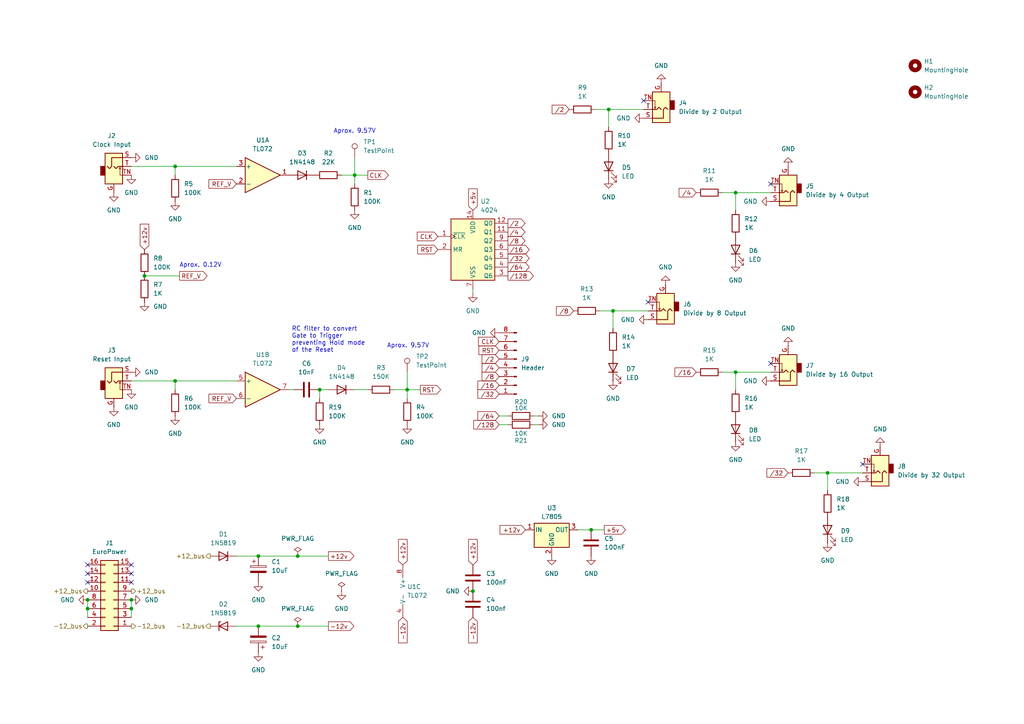
<source format=kicad_sch>
(kicad_sch (version 20231120) (generator "eeschema") (generator_version "8.0")
  (paper "A4")
  (title_block (title "Clock Divider") (date "2024-05-03") (rev "v0.3") (company "Alister Lewis-Bowen") (comment 1 "Inspired by Michael Barton and MidCentury Modular") (comment 2 "v0.2 Fixed CLK & RST voltage level & normalized inputs") (comment 3 "v0.3 Convert RST to trigger & pull down unused outputs"))
  (lib_symbols
    (symbol "4xxx_IEEE:4024"
      (property "Reference" "U" (at 5.08 11.43 0))
      (property "Value" "4024" (at 10.16 -10.16 0))
      (symbol "4024_0_0"
        (rectangle (start -6.35 10.16) (end 6.35 -7.62) (stroke (width 0.254)) (fill (type background)))
        (pin power_in line (at 0 12.7 270) (length 2.54) (name "VDD") (number "14"))
        (pin power_in line (at 0 -10.16 90) (length 2.54) (name "VSS") (number "7"))
      )
      (symbol "4024_1_1"
        (pin input clock (at -10.16 5.08 0) (length 3.81) (name "~{CLK}") (number "1"))
        (pin output line (at 10.16 6.35 180) (length 3.81) (name "Q1") (number "11"))
        (pin output line (at 10.16 8.89 180) (length 3.81) (name "Q0") (number "12"))
        (pin input line (at -10.16 1.27 0) (length 3.81) (name "MR") (number "2"))
        (pin output line (at 10.16 -6.35 180) (length 3.81) (name "Q6") (number "3"))
        (pin output line (at 10.16 -3.81 180) (length 3.81) (name "Q5") (number "4"))
        (pin output line (at 10.16 -1.27 180) (length 3.81) (name "Q4") (number "5"))
        (pin output line (at 10.16 1.27 180) (length 3.81) (name "Q3") (number "6"))
        (pin output line (at 10.16 3.81 180) (length 3.81) (name "Q2") (number "9"))
      )
    )
    (symbol "Amplifier_Operational:TL072" (pin_names (offset 0.127))
      (property "Reference" "U" (at 0 5.08 0))
      (property "Value" "TL072" (at 0 -5.08 0))
      (symbol "TL072_1_1"
        (polyline (pts (xy -5.08 5.08) (xy 5.08 0) (xy -5.08 -5.08) (xy -5.08 5.08)) (stroke (width 0.254)) (fill (type background)))
        (pin output line (at 7.62 0 180) (length 2.54) (name "~") (number "1"))
        (pin input line (at -7.62 -2.54 0) (length 2.54) (name "-") (number "2"))
        (pin input line (at -7.62 2.54 0) (length 2.54) (name "+") (number "3"))
      )
      (symbol "TL072_2_1"
        (polyline (pts (xy -5.08 5.08) (xy 5.08 0) (xy -5.08 -5.08) (xy -5.08 5.08)) (stroke (width 0.254)) (fill (type background)))
        (pin input line (at -7.62 2.54 0) (length 2.54) (name "+") (number "5"))
        (pin input line (at -7.62 -2.54 0) (length 2.54) (name "-") (number "6"))
        (pin output line (at 7.62 0 180) (length 2.54) (name "~") (number "7"))
      )
      (symbol "TL072_3_1"
        (pin power_in line (at -2.54 -7.62 90) (length 3.81) (name "V-") (number "4"))
        (pin power_in line (at -2.54 7.62 270) (length 3.81) (name "V+") (number "8"))
      )
    )
    (symbol "Connector:Conn_01x08_Pin" (pin_names (offset 1.016) hide)
      (property "Reference" "J" (at 0 10.16 0))
      (property "Value" "Conn_01x08_Pin" (at 0 -12.7 0))
      (symbol "Conn_01x08_Pin_1_1"
        (polyline (pts (xy 1.27 -10.16) (xy 0.8636 -10.16)) (stroke (width 0.1524)))
        (polyline (pts (xy 1.27 -7.62) (xy 0.8636 -7.62)) (stroke (width 0.1524)))
        (polyline (pts (xy 1.27 -5.08) (xy 0.8636 -5.08)) (stroke (width 0.1524)))
        (polyline (pts (xy 1.27 -2.54) (xy 0.8636 -2.54)) (stroke (width 0.1524)))
        (polyline (pts (xy 1.27 0) (xy 0.8636 0)) (stroke (width 0.1524)))
        (polyline (pts (xy 1.27 2.54) (xy 0.8636 2.54)) (stroke (width 0.1524)))
        (polyline (pts (xy 1.27 5.08) (xy 0.8636 5.08)) (stroke (width 0.1524)))
        (polyline (pts (xy 1.27 7.62) (xy 0.8636 7.62)) (stroke (width 0.1524)))
        (rectangle (start 0.8636 -10.033) (end 0 -10.287) (stroke (width 0.1524)) (fill (type outline)))
        (rectangle (start 0.8636 -7.493) (end 0 -7.747) (stroke (width 0.1524)) (fill (type outline)))
        (rectangle (start 0.8636 -4.953) (end 0 -5.207) (stroke (width 0.1524)) (fill (type outline)))
        (rectangle (start 0.8636 -2.413) (end 0 -2.667) (stroke (width 0.1524)) (fill (type outline)))
        (rectangle (start 0.8636 0.127) (end 0 -0.127) (stroke (width 0.1524)) (fill (type outline)))
        (rectangle (start 0.8636 2.667) (end 0 2.413) (stroke (width 0.1524)) (fill (type outline)))
        (rectangle (start 0.8636 5.207) (end 0 4.953) (stroke (width 0.1524)) (fill (type outline)))
        (rectangle (start 0.8636 7.747) (end 0 7.493) (stroke (width 0.1524)) (fill (type outline)))
        (pin passive line (at 5.08 7.62 180) (length 3.81) (name "Pin_1") (number "1"))
        (pin passive line (at 5.08 5.08 180) (length 3.81) (name "Pin_2") (number "2"))
        (pin passive line (at 5.08 2.54 180) (length 3.81) (name "Pin_3") (number "3"))
        (pin passive line (at 5.08 0 180) (length 3.81) (name "Pin_4") (number "4"))
        (pin passive line (at 5.08 -2.54 180) (length 3.81) (name "Pin_5") (number "5"))
        (pin passive line (at 5.08 -5.08 180) (length 3.81) (name "Pin_6") (number "6"))
        (pin passive line (at 5.08 -7.62 180) (length 3.81) (name "Pin_7") (number "7"))
        (pin passive line (at 5.08 -10.16 180) (length 3.81) (name "Pin_8") (number "8"))
      )
    )
    (symbol "Connector:TestPoint" (pin_numbers hide) (pin_names (offset 0.762) hide)
      (property "Reference" "TP" (at 0 6.858 0))
      (property "Value" "TestPoint" (at 0 5.08 0))
      (symbol "TestPoint_0_1"
        (circle (center 0 3.302) (radius 0.762))
      )
      (symbol "TestPoint_1_1"
        (pin passive line (at 0 0 90) (length 2.54) (name "1") (number "1"))
      )
    )
    (symbol "Connector_Audio:AudioJack2_Ground_SwitchT"
      (property "Reference" "J" (at 0 8.89 0))
      (property "Value" "AudioJack2_Ground_SwitchT" (at 0 6.35 0))
      (symbol "AudioJack2_Ground_SwitchT_0_1"
        (rectangle (start -2.54 0) (end -3.81 -2.54) (stroke (width 0.254)) (fill (type outline)))
        (polyline (pts (xy 1.778 -0.254) (xy 2.032 -0.762)))
        (polyline (pts (xy 0 0) (xy 0.635 -0.635) (xy 1.27 0) (xy 2.54 0)) (stroke (width 0.254)))
        (polyline (pts (xy 2.54 -2.54) (xy 1.778 -2.54) (xy 1.778 -0.254) (xy 1.524 -0.762)))
        (polyline (pts (xy 2.54 2.54) (xy -0.635 2.54) (xy -0.635 0) (xy -1.27 -0.635) (xy -1.905 0)) (stroke (width 0.254)))
        (rectangle (start 2.54 3.81) (end -2.54 -5.08) (stroke (width 0.254)) (fill (type background)))
      )
      (symbol "AudioJack2_Ground_SwitchT_1_1"
        (pin passive line (at 0 -7.62 90) (length 2.54) (name "~") (number "G"))
        (pin passive line (at 5.08 2.54 180) (length 2.54) (name "~") (number "S"))
        (pin passive line (at 5.08 0 180) (length 2.54) (name "~") (number "T"))
        (pin passive line (at 5.08 -2.54 180) (length 2.54) (name "~") (number "TN"))
      )
    )
    (symbol "Connector_Generic:Conn_02x08_Odd_Even" (pin_names (offset 1.016) hide)
      (property "Reference" "J" (at 1.27 10.16 0))
      (property "Value" "Conn_02x08_Odd_Even" (at 1.27 -12.7 0))
      (symbol "Conn_02x08_Odd_Even_1_1"
        (rectangle (start -1.27 -10.033) (end 0 -10.287) (stroke (width 0.1524)))
        (rectangle (start -1.27 -7.493) (end 0 -7.747) (stroke (width 0.1524)))
        (rectangle (start -1.27 -4.953) (end 0 -5.207) (stroke (width 0.1524)))
        (rectangle (start -1.27 -2.413) (end 0 -2.667) (stroke (width 0.1524)))
        (rectangle (start -1.27 0.127) (end 0 -0.127) (stroke (width 0.1524)))
        (rectangle (start -1.27 2.667) (end 0 2.413) (stroke (width 0.1524)))
        (rectangle (start -1.27 5.207) (end 0 4.953) (stroke (width 0.1524)))
        (rectangle (start -1.27 7.747) (end 0 7.493) (stroke (width 0.1524)))
        (rectangle (start -1.27 8.89) (end 3.81 -11.43) (stroke (width 0.254)) (fill (type background)))
        (rectangle (start 3.81 -10.033) (end 2.54 -10.287) (stroke (width 0.1524)))
        (rectangle (start 3.81 -7.493) (end 2.54 -7.747) (stroke (width 0.1524)))
        (rectangle (start 3.81 -4.953) (end 2.54 -5.207) (stroke (width 0.1524)))
        (rectangle (start 3.81 -2.413) (end 2.54 -2.667) (stroke (width 0.1524)))
        (rectangle (start 3.81 0.127) (end 2.54 -0.127) (stroke (width 0.1524)))
        (rectangle (start 3.81 2.667) (end 2.54 2.413) (stroke (width 0.1524)))
        (rectangle (start 3.81 5.207) (end 2.54 4.953) (stroke (width 0.1524)))
        (rectangle (start 3.81 7.747) (end 2.54 7.493) (stroke (width 0.1524)))
        (pin passive line (at -5.08 7.62 0) (length 3.81) (name "Pin_1") (number "1"))
        (pin passive line (at 7.62 -2.54 180) (length 3.81) (name "Pin_10") (number "10"))
        (pin passive line (at -5.08 -5.08 0) (length 3.81) (name "Pin_11") (number "11"))
        (pin passive line (at 7.62 -5.08 180) (length 3.81) (name "Pin_12") (number "12"))
        (pin passive line (at -5.08 -7.62 0) (length 3.81) (name "Pin_13") (number "13"))
        (pin passive line (at 7.62 -7.62 180) (length 3.81) (name "Pin_14") (number "14"))
        (pin passive line (at -5.08 -10.16 0) (length 3.81) (name "Pin_15") (number "15"))
        (pin passive line (at 7.62 -10.16 180) (length 3.81) (name "Pin_16") (number "16"))
        (pin passive line (at 7.62 7.62 180) (length 3.81) (name "Pin_2") (number "2"))
        (pin passive line (at -5.08 5.08 0) (length 3.81) (name "Pin_3") (number "3"))
        (pin passive line (at 7.62 5.08 180) (length 3.81) (name "Pin_4") (number "4"))
        (pin passive line (at -5.08 2.54 0) (length 3.81) (name "Pin_5") (number "5"))
        (pin passive line (at 7.62 2.54 180) (length 3.81) (name "Pin_6") (number "6"))
        (pin passive line (at -5.08 0 0) (length 3.81) (name "Pin_7") (number "7"))
        (pin passive line (at 7.62 0 180) (length 3.81) (name "Pin_8") (number "8"))
        (pin passive line (at -5.08 -2.54 0) (length 3.81) (name "Pin_9") (number "9"))
      )
    )
    (symbol "Device:C" (pin_numbers hide) (pin_names (offset 0.254))
      (property "Reference" "C" (at 0.635 2.54 0))
      (property "Value" "C" (at 0.635 -2.54 0))
      (symbol "C_0_1"
        (polyline (pts (xy -2.032 -0.762) (xy 2.032 -0.762)) (stroke (width 0.508)))
        (polyline (pts (xy -2.032 0.762) (xy 2.032 0.762)) (stroke (width 0.508)))
      )
      (symbol "C_1_1"
        (pin passive line (at 0 3.81 270) (length 2.794) (name "~") (number "1"))
        (pin passive line (at 0 -3.81 90) (length 2.794) (name "~") (number "2"))
      )
    )
    (symbol "Device:C_Polarized" (pin_numbers hide) (pin_names (offset 0.254))
      (property "Reference" "C" (at 0.635 2.54 0))
      (property "Value" "C_Polarized" (at 0.635 -2.54 0))
      (symbol "C_Polarized_0_1"
        (rectangle (start -2.286 0.508) (end 2.286 1.016))
        (polyline (pts (xy -1.778 2.286) (xy -0.762 2.286)))
        (polyline (pts (xy -1.27 2.794) (xy -1.27 1.778)))
        (rectangle (start 2.286 -0.508) (end -2.286 -1.016) (fill (type outline)))
      )
      (symbol "C_Polarized_1_1"
        (pin passive line (at 0 3.81 270) (length 2.794) (name "~") (number "1"))
        (pin passive line (at 0 -3.81 90) (length 2.794) (name "~") (number "2"))
      )
    )
    (symbol "Device:D" (pin_numbers hide) (pin_names (offset 1.016) hide)
      (property "Reference" "D" (at 0 2.54 0))
      (property "Value" "D" (at 0 -2.54 0))
      (symbol "D_0_1"
        (polyline (pts (xy -1.27 1.27) (xy -1.27 -1.27)) (stroke (width 0.254)))
        (polyline (pts (xy 1.27 0) (xy -1.27 0)))
        (polyline (pts (xy 1.27 1.27) (xy 1.27 -1.27) (xy -1.27 0) (xy 1.27 1.27)) (stroke (width 0.254)))
      )
      (symbol "D_1_1"
        (pin passive line (at -3.81 0 0) (length 2.54) (name "K") (number "1"))
        (pin passive line (at 3.81 0 180) (length 2.54) (name "A") (number "2"))
      )
    )
    (symbol "Device:D_Zener" (pin_numbers hide) (pin_names (offset 1.016) hide)
      (property "Reference" "D" (at 0 2.54 0))
      (property "Value" "D_Zener" (at 0 -2.54 0))
      (symbol "D_Zener_0_1"
        (polyline (pts (xy 1.27 0) (xy -1.27 0)))
        (polyline (pts (xy -1.27 -1.27) (xy -1.27 1.27) (xy -0.762 1.27)) (stroke (width 0.254)))
        (polyline (pts (xy 1.27 -1.27) (xy 1.27 1.27) (xy -1.27 0) (xy 1.27 -1.27)) (stroke (width 0.254)))
      )
      (symbol "D_Zener_1_1"
        (pin passive line (at -3.81 0 0) (length 2.54) (name "K") (number "1"))
        (pin passive line (at 3.81 0 180) (length 2.54) (name "A") (number "2"))
      )
    )
    (symbol "Device:LED" (pin_numbers hide) (pin_names (offset 1.016) hide)
      (property "Reference" "D" (at 0 2.54 0))
      (property "Value" "LED" (at 0 -2.54 0))
      (symbol "LED_0_1"
        (polyline (pts (xy -1.27 -1.27) (xy -1.27 1.27)) (stroke (width 0.254)))
        (polyline (pts (xy -1.27 0) (xy 1.27 0)))
        (polyline (pts (xy 1.27 -1.27) (xy 1.27 1.27) (xy -1.27 0) (xy 1.27 -1.27)) (stroke (width 0.254)))
        (polyline (pts (xy -3.048 -0.762) (xy -4.572 -2.286) (xy -3.81 -2.286) (xy -4.572 -2.286) (xy -4.572 -1.524)))
        (polyline (pts (xy -1.778 -0.762) (xy -3.302 -2.286) (xy -2.54 -2.286) (xy -3.302 -2.286) (xy -3.302 -1.524)))
      )
      (symbol "LED_1_1"
        (pin passive line (at -3.81 0 0) (length 2.54) (name "K") (number "1"))
        (pin passive line (at 3.81 0 180) (length 2.54) (name "A") (number "2"))
      )
    )
    (symbol "Device:R" (pin_numbers hide) (pin_names (offset 0))
      (property "Reference" "R" (at 2.032 0 90))
      (property "Value" "R" (at 0 0 90))
      (symbol "R_0_1"
        (rectangle (start -1.016 -2.54) (end 1.016 2.54) (stroke (width 0.254)))
      )
      (symbol "R_1_1"
        (pin passive line (at 0 3.81 270) (length 1.27) (name "~") (number "1"))
        (pin passive line (at 0 -3.81 90) (length 1.27) (name "~") (number "2"))
      )
    )
    (symbol "Mechanical:MountingHole" (pin_names (offset 1.016)) (exclude_from_sim yes) (in_bom no)
      (property "Reference" "H" (at 0 5.08 0))
      (property "Value" "MountingHole" (at 0 3.175 0))
      (symbol "MountingHole_0_1"
        (circle (center 0 0) (radius 1.27) (stroke (width 1.27)))
      )
    )
    (symbol "Regulator_Linear:L7805" (pin_names (offset 0.254))
      (property "Reference" "U" (at -3.81 3.175 0))
      (property "Value" "L7805" (at 0 3.175 0))
      (symbol "L7805_0_1"
        (rectangle (start -5.08 1.905) (end 5.08 -5.08) (stroke (width 0.254)) (fill (type background)))
      )
      (symbol "L7805_1_1"
        (pin power_in line (at -7.62 0 0) (length 2.54) (name "IN") (number "1"))
        (pin power_in line (at 0 -7.62 90) (length 2.54) (name "GND") (number "2"))
        (pin power_out line (at 7.62 0 180) (length 2.54) (name "OUT") (number "3"))
      )
    )
    (symbol "power:GND" (power) (pin_numbers hide) (pin_names (offset 0) hide)
      (property "Value" "GND" (at 0 -3.81 0))
      (symbol "GND_0_1"
        (polyline (pts (xy 0 0) (xy 0 -1.27) (xy 1.27 -1.27) (xy 0 -2.54) (xy -1.27 -1.27) (xy 0 -1.27)))
      )
      (symbol "GND_1_1"
        (pin power_in line (at 0 0 270) (length 0) (name "~") (number "1"))
      )
    )
    (symbol "power:PWR_FLAG" (power) (pin_numbers hide) (pin_names (offset 0) hide)
      (property "Value" "PWR_FLAG" (at 0 3.81 0))
      (symbol "PWR_FLAG_0_0"
        (pin power_out line (at 0 0 90) (length 0) (name "~") (number "1"))
      )
      (symbol "PWR_FLAG_0_1"
        (polyline (pts (xy 0 0) (xy 0 1.27) (xy -1.016 1.905) (xy 0 2.54) (xy 1.016 1.905) (xy 0 1.27)))
      )
    )
  )
  (junction (at 213.36 107.95))
  (junction (at 240.03 137.16))
  (junction (at 50.8 48.26))
  (junction (at 176.53 31.75))
  (junction (at 177.8 90.17))
  (junction (at 25.4 173.99))
  (junction (at 38.1 176.53))
  (junction (at 137.16 171.45))
  (junction (at 41.91 80.01))
  (junction (at 74.93 181.61))
  (junction (at 25.4 176.53))
  (junction (at 86.36 181.61))
  (junction (at 213.36 55.88))
  (junction (at 74.93 161.29))
  (junction (at 50.8 110.49))
  (junction (at 92.71 113.03))
  (junction (at 38.1 173.99))
  (junction (at 118.11 113.03))
  (junction (at 86.36 161.29))
  (junction (at 171.45 153.67))
  (junction (at 102.87 50.8))
  (no_connect (at 38.1 163.83))
  (no_connect (at 223.52 53.34))
  (no_connect (at 187.96 87.63))
  (no_connect (at 223.52 105.41))
  (no_connect (at 250.19 134.62))
  (no_connect (at 25.4 163.83))
  (no_connect (at 25.4 168.91))
  (no_connect (at 38.1 166.37))
  (no_connect (at 25.4 166.37))
  (no_connect (at 186.69 29.21))
  (no_connect (at 38.1 168.91))
  (wire (pts (xy 38.1 110.49) (xy 50.8 110.49)))
  (wire (pts (xy 173.99 90.17) (xy 177.8 90.17)))
  (wire (pts (xy 213.36 107.95) (xy 223.52 107.95)))
  (wire (pts (xy 74.93 161.29) (xy 86.36 161.29)))
  (wire (pts (xy 114.3 113.03) (xy 118.11 113.03)))
  (wire (pts (xy 102.87 50.8) (xy 106.68 50.8)))
  (wire (pts (xy 25.4 176.53) (xy 25.4 179.07)))
  (wire (pts (xy 213.36 55.88) (xy 213.36 60.96)))
  (wire (pts (xy 156.21 120.65) (xy 154.94 120.65)))
  (wire (pts (xy 102.87 113.03) (xy 106.68 113.03)))
  (wire (pts (xy 50.8 110.49) (xy 50.8 113.03)))
  (wire (pts (xy 83.82 113.03) (xy 85.09 113.03)))
  (wire (pts (xy 209.55 55.88) (xy 213.36 55.88)))
  (wire (pts (xy 147.32 120.65) (xy 144.78 120.65)))
  (wire (pts (xy 50.8 110.49) (xy 68.58 110.49)))
  (wire (pts (xy 177.8 90.17) (xy 187.96 90.17)))
  (wire (pts (xy 167.64 153.67) (xy 171.45 153.67)))
  (wire (pts (xy 172.72 31.75) (xy 176.53 31.75)))
  (wire (pts (xy 68.58 181.61) (xy 74.93 181.61)))
  (wire (pts (xy 156.21 123.19) (xy 154.94 123.19)))
  (wire (pts (xy 177.8 90.17) (xy 177.8 95.25)))
  (wire (pts (xy 102.87 50.8) (xy 102.87 53.34)))
  (wire (pts (xy 99.06 50.8) (xy 102.87 50.8)))
  (wire (pts (xy 240.03 137.16) (xy 250.19 137.16)))
  (wire (pts (xy 38.1 176.53) (xy 38.1 179.07)))
  (wire (pts (xy 50.8 48.26) (xy 50.8 50.8)))
  (wire (pts (xy 118.11 107.95) (xy 118.11 113.03)))
  (wire (pts (xy 213.36 107.95) (xy 213.36 113.03)))
  (wire (pts (xy 25.4 173.99) (xy 25.4 176.53)))
  (wire (pts (xy 38.1 173.99) (xy 38.1 176.53)))
  (wire (pts (xy 52.07 80.01) (xy 41.91 80.01)))
  (wire (pts (xy 176.53 31.75) (xy 176.53 36.83)))
  (wire (pts (xy 176.53 31.75) (xy 186.69 31.75)))
  (wire (pts (xy 213.36 55.88) (xy 223.52 55.88)))
  (wire (pts (xy 38.1 48.26) (xy 50.8 48.26)))
  (wire (pts (xy 236.22 137.16) (xy 240.03 137.16)))
  (wire (pts (xy 95.25 113.03) (xy 92.71 113.03)))
  (wire (pts (xy 209.55 107.95) (xy 213.36 107.95)))
  (wire (pts (xy 102.87 45.72) (xy 102.87 50.8)))
  (wire (pts (xy 171.45 153.67) (xy 175.26 153.67)))
  (wire (pts (xy 118.11 113.03) (xy 118.11 115.57)))
  (wire (pts (xy 68.58 161.29) (xy 74.93 161.29)))
  (wire (pts (xy 74.93 181.61) (xy 86.36 181.61)))
  (wire (pts (xy 147.32 123.19) (xy 144.78 123.19)))
  (wire (pts (xy 92.71 115.57) (xy 92.71 113.03)))
  (wire (pts (xy 50.8 48.26) (xy 68.58 48.26)))
  (wire (pts (xy 240.03 137.16) (xy 240.03 142.24)))
  (wire (pts (xy 137.16 83.82) (xy 137.16 85.09)))
  (wire (pts (xy 118.11 113.03) (xy 121.92 113.03)))
  (wire (pts (xy 86.36 181.61) (xy 95.25 181.61)))
  (wire (pts (xy 86.36 161.29) (xy 95.25 161.29)))
  (text "Aprox. 0.12V" (at 58.166 76.962 0) (effects (font (size 1.27 1.27))))
  (text "RC filter to convert\nGate to Trigger\npreventing Hold mode\nof the Reset" (at 84.582 98.552 0) (effects (font (size 1.27 1.27)) (justify left)))
  (text "Aprox. 9.57V" (at 102.87 38.1 0) (effects (font (size 1.27 1.27))))
  (text "Aprox. 9.57V" (at 118.364 100.33 0) (effects (font (size 1.27 1.27))))
  (global_label "{slash}16" (shape input) (at 144.78 111.76 180) (property "Intersheetrefs" "${INTERSHEET_REFS}" (effects (hide yes))))
  (global_label "REF_V" (shape input) (at 68.58 115.57 180) (property "Intersheetrefs" "${INTERSHEET_REFS}" (effects (hide yes))))
  (global_label "{slash}8" (shape output) (at 147.32 69.85 0) (property "Intersheetrefs" "${INTERSHEET_REFS}" (effects (hide yes))))
  (global_label "RST" (shape output) (at 121.92 113.03 0) (property "Intersheetrefs" "${INTERSHEET_REFS}" (effects (hide yes))))
  (global_label "{slash}8" (shape input) (at 144.78 109.22 180) (property "Intersheetrefs" "${INTERSHEET_REFS}" (effects (hide yes))))
  (global_label "{slash}2" (shape input) (at 165.1 31.75 180) (property "Intersheetrefs" "${INTERSHEET_REFS}" (effects (hide yes))))
  (global_label "REF_V" (shape input) (at 68.58 53.34 180) (property "Intersheetrefs" "${INTERSHEET_REFS}" (effects (hide yes))))
  (global_label "CLK" (shape input) (at 127 68.58 180) (property "Intersheetrefs" "${INTERSHEET_REFS}" (effects (hide yes))))
  (global_label "{slash}8" (shape input) (at 166.37 90.17 180) (property "Intersheetrefs" "${INTERSHEET_REFS}" (effects (hide yes))))
  (global_label "+5v" (shape input) (at 137.16 60.96 90) (property "Intersheetrefs" "${INTERSHEET_REFS}" (effects (hide yes))))
  (global_label "{slash}32" (shape input) (at 228.6 137.16 180) (property "Intersheetrefs" "${INTERSHEET_REFS}" (effects (hide yes))))
  (global_label "{slash}32" (shape input) (at 144.78 114.3 180) (property "Intersheetrefs" "${INTERSHEET_REFS}" (effects (hide yes))))
  (global_label "{slash}4" (shape output) (at 147.32 67.31 0) (property "Intersheetrefs" "${INTERSHEET_REFS}" (effects (hide yes))))
  (global_label "{slash}64" (shape output) (at 147.32 77.47 0) (property "Intersheetrefs" "${INTERSHEET_REFS}" (effects (hide yes))))
  (global_label "+12v" (shape input) (at 116.84 163.83 90) (property "Intersheetrefs" "${INTERSHEET_REFS}" (effects (hide yes))))
  (global_label "{slash}16" (shape output) (at 147.32 72.39 0) (property "Intersheetrefs" "${INTERSHEET_REFS}" (effects (hide yes))))
  (global_label "{slash}2" (shape input) (at 144.78 104.14 180) (property "Intersheetrefs" "${INTERSHEET_REFS}" (effects (hide yes))))
  (global_label "+12v" (shape output) (at 95.25 161.29 0) (property "Intersheetrefs" "${INTERSHEET_REFS}" (effects (hide yes))))
  (global_label "+12v" (shape input) (at 137.16 163.83 90) (property "Intersheetrefs" "${INTERSHEET_REFS}" (effects (hide yes))))
  (global_label "{slash}32" (shape output) (at 147.32 74.93 0) (property "Intersheetrefs" "${INTERSHEET_REFS}" (effects (hide yes))))
  (global_label "+5v" (shape output) (at 175.26 153.67 0) (property "Intersheetrefs" "${INTERSHEET_REFS}" (effects (hide yes))))
  (global_label "-12v" (shape input) (at 116.84 179.07 270) (property "Intersheetrefs" "${INTERSHEET_REFS}" (effects (hide yes))))
  (global_label "CLK" (shape output) (at 106.68 50.8 0) (property "Intersheetrefs" "${INTERSHEET_REFS}" (effects (hide yes))))
  (global_label "{slash}128" (shape input) (at 144.78 123.19 180) (property "Intersheetrefs" "${INTERSHEET_REFS}" (effects (hide yes))))
  (global_label "-12v" (shape output) (at 95.25 181.61 0) (property "Intersheetrefs" "${INTERSHEET_REFS}" (effects (hide yes))))
  (global_label "{slash}16" (shape input) (at 201.93 107.95 180) (property "Intersheetrefs" "${INTERSHEET_REFS}" (effects (hide yes))))
  (global_label "{slash}2" (shape output) (at 147.32 64.77 0) (property "Intersheetrefs" "${INTERSHEET_REFS}" (effects (hide yes))))
  (global_label "RST" (shape input) (at 144.78 101.6 180) (property "Intersheetrefs" "${INTERSHEET_REFS}" (effects (hide yes))))
  (global_label "REF_V" (shape output) (at 52.07 80.01 0) (property "Intersheetrefs" "${INTERSHEET_REFS}" (effects (hide yes))))
  (global_label "{slash}128" (shape output) (at 147.32 80.01 0) (property "Intersheetrefs" "${INTERSHEET_REFS}" (effects (hide yes))))
  (global_label "{slash}64" (shape input) (at 144.78 120.65 180) (property "Intersheetrefs" "${INTERSHEET_REFS}" (effects (hide yes))))
  (global_label "{slash}4" (shape input) (at 144.78 106.68 180) (property "Intersheetrefs" "${INTERSHEET_REFS}" (effects (hide yes))))
  (global_label "RST" (shape input) (at 127 72.39 180) (property "Intersheetrefs" "${INTERSHEET_REFS}" (effects (hide yes))))
  (global_label "+12v" (shape input) (at 152.4 153.67 180) (property "Intersheetrefs" "${INTERSHEET_REFS}" (effects (hide yes))))
  (global_label "{slash}4" (shape input) (at 201.93 55.88 180) (property "Intersheetrefs" "${INTERSHEET_REFS}" (effects (hide yes))))
  (global_label "-12v" (shape input) (at 137.16 179.07 270) (property "Intersheetrefs" "${INTERSHEET_REFS}" (effects (hide yes))))
  (global_label "+12v" (shape input) (at 41.91 72.39 90) (property "Intersheetrefs" "${INTERSHEET_REFS}" (effects (hide yes))))
  (global_label "CLK" (shape input) (at 144.78 99.06 180) (property "Intersheetrefs" "${INTERSHEET_REFS}" (effects (hide yes))))
  (hierarchical_label "+12_bus" (shape output) (at 38.1 171.45 0))
  (hierarchical_label "+12_bus" (shape output) (at 25.4 171.45 180))
  (hierarchical_label "-12_bus" (shape output) (at 25.4 181.61 180))
  (hierarchical_label "-12_bus" (shape output) (at 38.1 181.61 0))
  (hierarchical_label "-12_bus" (shape output) (at 60.96 181.61 180))
  (hierarchical_label "+12_bus" (shape output) (at 60.96 161.29 180))
  (symbol (lib_id "power:GND") (at 99.06 171.45 0) (unit 1)
    (property "Reference" "#PWR011" (effects (hide yes)))
    (property "Value" "GND" (at 99.06 176.53 0))
    (property "Description" "Power symbol creates a global label with name \"GND\" , ground" (effects (hide yes)))
  )
  (symbol (lib_id "power:GND") (at 74.93 189.23 0) (unit 1)
    (property "Reference" "#PWR010" (effects (hide yes)))
    (property "Value" "GND" (at 74.93 194.31 0))
    (property "Description" "Power symbol creates a global label with name \"GND\" , ground" (effects (hide yes)))
  )
  (symbol (lib_id "Device:R") (at 102.87 57.15 0) (unit 1)
    (property "Reference" "R1" (at 105.41 55.8799 0) (effects (justify left)))
    (property "Value" "100K" (at 105.41 58.4199 0) (effects (justify left)))
    (property "Footprint" "Resistor_THT:R_Axial_DIN0204_L3.6mm_D1.6mm_P5.08mm_Horizontal" (effects (hide yes)))
    (property "Description" "Resistor" (effects (hide yes)))
  )
  (symbol (lib_id "power:GND") (at 118.11 123.19 0) (unit 1)
    (property "Reference" "#PWR08" (effects (hide yes)))
    (property "Value" "GND" (at 118.11 128.27 0))
    (property "Description" "Power symbol creates a global label with name \"GND\" , ground" (effects (hide yes)))
  )
  (symbol (lib_id "Connector_Generic:Conn_02x08_Odd_Even") (at 33.02 173.99 180) (unit 1)
    (property "Reference" "J1" (at 31.75 157.48 0))
    (property "Value" "EuroPower" (at 31.75 160.02 0))
    (property "Footprint" "Connector_IDC:IDC-Header_2x08_P2.54mm_Vertical" (effects (hide yes)))
    (property "Description" "Generic connector, double row, 02x08, odd/even pin numbering scheme (row 1 odd numbers, row 2 even numbers), script generated (kicad-library-utils/schlib/autogen/connector/)" (effects (hide yes)))
  )
  (symbol (lib_id "power:GND") (at 213.36 76.2 0) (unit 1)
    (property "Reference" "#PWR022" (effects (hide yes)))
    (property "Value" "GND" (at 213.36 81.28 0))
    (property "Description" "Power symbol creates a global label with name \"GND\" , ground" (effects (hide yes)))
  )
  (symbol (lib_id "Mechanical:MountingHole") (at 265.43 26.67 0) (unit 1) (exclude_from_sim yes) (in_bom no)
    (property "Reference" "H2" (at 267.97 25.3999 0) (effects (justify left)))
    (property "Value" "MountingHole" (at 267.97 27.9399 0) (effects (justify left)))
    (property "Footprint" "MountingHole:MountingHole_3.2mm_M3" (effects (hide yes)))
    (property "Description" "Mounting Hole without connection" (effects (hide yes)))
  )
  (symbol (lib_id "power:GND") (at 176.53 52.07 0) (unit 1)
    (property "Reference" "#PWR019" (effects (hide yes)))
    (property "Value" "GND" (at 176.53 57.15 0))
    (property "Description" "Power symbol creates a global label with name \"GND\" , ground" (effects (hide yes)))
  )
  (symbol (lib_id "power:GND") (at 50.8 120.65 0) (unit 1)
    (property "Reference" "#PWR017" (effects (hide yes)))
    (property "Value" "GND" (at 50.8 125.73 0))
    (property "Description" "Power symbol creates a global label with name \"GND\" , ground" (effects (hide yes)))
  )
  (symbol (lib_id "Device:C") (at 171.45 157.48 0) (unit 1)
    (property "Reference" "C5" (at 175.26 156.2099 0) (effects (justify left)))
    (property "Value" "100nF" (at 175.26 158.7499 0) (effects (justify left)))
    (property "Footprint" "Capacitor_THT:C_Disc_D4.3mm_W1.9mm_P5.00mm" (effects (hide yes)))
    (property "Description" "Unpolarized capacitor" (effects (hide yes)))
  )
  (symbol (lib_id "Device:D") (at 99.06 113.03 180) (unit 1)
    (property "Reference" "D4" (at 99.06 106.68 0))
    (property "Value" "1N4148" (at 99.06 109.22 0))
    (property "Footprint" "Diode_SMD:D_1210_3225Metric_Pad1.42x2.65mm_HandSolder" (effects (hide yes)))
    (property "Description" "Diode" (effects (hide yes)))
    (property "Sim.Device" "D" (effects (hide yes)))
    (property "Sim.Pins" "1=K 2=A" (effects (hide yes)))
  )
  (symbol (lib_id "power:GND") (at 191.77 24.13 180) (unit 1)
    (property "Reference" "#PWR020" (effects (hide yes)))
    (property "Value" "GND" (at 191.77 19.05 0))
    (property "Description" "Power symbol creates a global label with name \"GND\" , ground" (effects (hide yes)))
  )
  (symbol (lib_id "Device:R") (at 118.11 119.38 0) (unit 1)
    (property "Reference" "R4" (at 120.65 118.1099 0) (effects (justify left)))
    (property "Value" "100K" (at 120.65 120.6499 0) (effects (justify left)))
    (property "Footprint" "Resistor_THT:R_Axial_DIN0204_L3.6mm_D1.6mm_P5.08mm_Horizontal" (effects (hide yes)))
    (property "Description" "Resistor" (effects (hide yes)))
  )
  (symbol (lib_id "Device:LED") (at 177.8 106.68 90) (unit 1)
    (property "Reference" "D7" (at 181.61 106.9974 90) (effects (justify right)))
    (property "Value" "LED" (at 181.61 109.5374 90) (effects (justify right)))
    (property "Description" "Light emitting diode" (effects (hide yes)))
  )
  (symbol (lib_id "Device:R") (at 232.41 137.16 90) (unit 1)
    (property "Reference" "R17" (at 232.41 130.81 90))
    (property "Value" "1K" (at 232.41 133.35 90))
    (property "Footprint" "Resistor_THT:R_Axial_DIN0204_L3.6mm_D1.6mm_P5.08mm_Horizontal" (effects (hide yes)))
    (property "Description" "Resistor" (effects (hide yes)))
  )
  (symbol (lib_id "power:GND") (at 177.8 110.49 0) (unit 1)
    (property "Reference" "#PWR025" (effects (hide yes)))
    (property "Value" "GND" (at 177.8 115.57 0))
    (property "Description" "Power symbol creates a global label with name \"GND\" , ground" (effects (hide yes)))
  )
  (symbol (lib_id "Connector_Audio:AudioJack2_Ground_SwitchT") (at 255.27 137.16 180) (unit 1)
    (property "Reference" "J8" (at 260.35 135.2549 0) (effects (justify right)))
    (property "Value" "Divide by 32 Output" (at 260.35 137.7949 0) (effects (justify right)))
    (property "Description" "Audio Jack, 2 Poles (Mono / TS), Grounded Sleeve, Switched T Pole (Normalling)" (effects (hide yes)))
  )
  (symbol (lib_id "Mechanical:MountingHole") (at 265.43 19.05 0) (unit 1) (exclude_from_sim yes) (in_bom no)
    (property "Reference" "H1" (at 267.97 17.7799 0) (effects (justify left)))
    (property "Value" "MountingHole" (at 267.97 20.3199 0) (effects (justify left)))
    (property "Footprint" "MountingHole:MountingHole_3.2mm_M3" (effects (hide yes)))
    (property "Description" "Mounting Hole without connection" (effects (hide yes)))
  )
  (symbol (lib_id "Device:R") (at 176.53 40.64 180) (unit 1)
    (property "Reference" "R10" (at 179.07 39.3699 0) (effects (justify right)))
    (property "Value" "1K" (at 179.07 41.9099 0) (effects (justify right)))
    (property "Footprint" "Resistor_THT:R_Axial_DIN0204_L3.6mm_D1.6mm_P5.08mm_Horizontal" (effects (hide yes)))
    (property "Description" "Resistor" (effects (hide yes)))
  )
  (symbol (lib_id "power:GND") (at 41.91 87.63 0) (unit 1)
    (property "Reference" "#PWR018" (effects (hide yes)))
    (property "Value" "GND" (at 44.45 88.8999 0) (effects (justify left)))
    (property "Description" "Power symbol creates a global label with name \"GND\" , ground" (effects (hide yes)))
  )
  (symbol (lib_id "power:GND") (at 38.1 50.8 0) (unit 1)
    (property "Reference" "#PWR034" (effects (hide yes)))
    (property "Value" "GND" (at 38.1 55.88 0))
    (property "Description" "Power symbol creates a global label with name \"GND\" , ground" (effects (hide yes)))
  )
  (symbol (lib_id "Regulator_Linear:L7805") (at 160.02 153.67 0) (unit 1)
    (property "Reference" "U3" (at 160.02 147.32 0))
    (property "Value" "L7805" (at 160.02 149.86 0))
    (property "Footprint" "Package_TO_SOT_THT:TO-220-3_Vertical" (effects (hide yes)))
    (property "Datasheet" "http://www.st.com/content/ccc/resource/technical/document/datasheet/41/4f/b3/b0/12/d4/47/88/CD00000444.pdf/files/CD00000444.pdf/jcr:content/translations/en.CD00000444.pdf" (effects (hide yes)))
    (property "Description" "Positive 1.5A 35V Linear Regulator, Fixed Output 5V, TO-220/TO-263/TO-252" (effects (hide yes)))
  )
  (symbol (lib_id "Device:R") (at 50.8 54.61 0) (unit 1)
    (property "Reference" "R5" (at 53.34 53.3399 0) (effects (justify left)))
    (property "Value" "100K" (at 53.34 55.8799 0) (effects (justify left)))
    (property "Footprint" "Resistor_THT:R_Axial_DIN0204_L3.6mm_D1.6mm_P5.08mm_Horizontal" (effects (hide yes)))
    (property "Description" "Resistor" (effects (hide yes)))
  )
  (symbol (lib_id "Device:LED") (at 240.03 153.67 90) (unit 1)
    (property "Reference" "D9" (at 243.84 153.9874 90) (effects (justify right)))
    (property "Value" "LED" (at 243.84 156.5274 90) (effects (justify right)))
    (property "Description" "Light emitting diode" (effects (hide yes)))
  )
  (symbol (lib_id "power:GND") (at 228.6 48.26 180) (unit 1)
    (property "Reference" "#PWR024" (effects (hide yes)))
    (property "Value" "GND" (at 228.6 43.18 0))
    (property "Description" "Power symbol creates a global label with name \"GND\" , ground" (effects (hide yes)))
  )
  (symbol (lib_id "power:PWR_FLAG") (at 86.36 161.29 0) (unit 1)
    (property "Reference" "#FLG01" (effects (hide yes)))
    (property "Value" "PWR_FLAG" (at 86.36 156.21 0))
    (property "Description" "Special symbol for telling ERC where power comes from" (effects (hide yes)))
  )
  (symbol (lib_id "Device:D_Zener") (at 64.77 181.61 0) (unit 1)
    (property "Reference" "D2" (at 64.77 175.26 0))
    (property "Value" "1N5819" (at 64.77 177.8 0))
    (property "Footprint" "Diode_THT:D_A-405_P7.62mm_Horizontal" (effects (hide yes)))
    (property "Description" "Zener diode" (effects (hide yes)))
  )
  (symbol (lib_id "Connector:Conn_01x08_Pin") (at 149.86 106.68 180) (unit 1)
    (property "Reference" "J9" (at 151.13 104.1399 0) (effects (justify right)))
    (property "Value" "Header" (at 151.13 106.6799 0) (effects (justify right)))
    (property "Description" "Generic connector, single row, 01x08, script generated" (effects (hide yes)))
  )
  (symbol (lib_id "Device:C") (at 137.16 167.64 0) (unit 1)
    (property "Reference" "C3" (at 140.97 166.3699 0) (effects (justify left)))
    (property "Value" "100nF" (at 140.97 168.9099 0) (effects (justify left)))
    (property "Footprint" "Capacitor_THT:C_Disc_D4.3mm_W1.9mm_P5.00mm" (effects (hide yes)))
    (property "Description" "Unpolarized capacitor" (effects (hide yes)))
  )
  (symbol (lib_id "power:GND") (at 38.1 173.99 90) (unit 1)
    (property "Reference" "#PWR01" (effects (hide yes)))
    (property "Value" "GND" (at 41.91 173.9899 90) (effects (justify right)))
    (property "Description" "Power symbol creates a global label with name \"GND\" , ground" (effects (hide yes)))
  )
  (symbol (lib_id "power:PWR_FLAG") (at 99.06 171.45 0) (unit 1)
    (property "Reference" "#FLG03" (effects (hide yes)))
    (property "Value" "PWR_FLAG" (at 99.06 166.37 0))
    (property "Description" "Special symbol for telling ERC where power comes from" (effects (hide yes)))
  )
  (symbol (lib_id "power:GND") (at 38.1 113.03 0) (unit 1)
    (property "Reference" "#PWR035" (effects (hide yes)))
    (property "Value" "GND" (at 38.1 118.11 0))
    (property "Description" "Power symbol creates a global label with name \"GND\" , ground" (effects (hide yes)))
  )
  (symbol (lib_id "4xxx_IEEE:4024") (at 137.16 73.66 0) (unit 1)
    (property "Reference" "U2" (at 139.3541 58.42 0) (effects (justify left)))
    (property "Value" "4024" (at 139.3541 60.96 0) (effects (justify left)))
    (property "Footprint" "Package_DIP:DIP-14_W7.62mm_Socket" (effects (hide yes)))
  )
  (symbol (lib_id "Device:R") (at 41.91 83.82 180) (unit 1)
    (property "Reference" "R7" (at 44.45 82.5499 0) (effects (justify right)))
    (property "Value" "1K" (at 44.45 85.0899 0) (effects (justify right)))
    (property "Footprint" "Resistor_THT:R_Axial_DIN0204_L3.6mm_D1.6mm_P5.08mm_Horizontal" (effects (hide yes)))
    (property "Description" "Resistor" (effects (hide yes)))
  )
  (symbol (lib_id "Device:R") (at 240.03 146.05 180) (unit 1)
    (property "Reference" "R18" (at 242.57 144.7799 0) (effects (justify right)))
    (property "Value" "1K" (at 242.57 147.3199 0) (effects (justify right)))
    (property "Footprint" "Resistor_THT:R_Axial_DIN0204_L3.6mm_D1.6mm_P5.08mm_Horizontal" (effects (hide yes)))
    (property "Description" "Resistor" (effects (hide yes)))
  )
  (symbol (lib_id "Device:LED") (at 213.36 72.39 90) (unit 1)
    (property "Reference" "D6" (at 217.17 72.7074 90) (effects (justify right)))
    (property "Value" "LED" (at 217.17 75.2474 90) (effects (justify right)))
    (property "Description" "Light emitting diode" (effects (hide yes)))
  )
  (symbol (lib_id "power:GND") (at 144.78 96.52 270) (unit 1)
    (property "Reference" "#PWR039" (effects (hide yes)))
    (property "Value" "GND" (at 140.97 96.5199 90) (effects (justify right)))
    (property "Description" "Power symbol creates a global label with name \"GND\" , ground" (effects (hide yes)))
  )
  (symbol (lib_id "power:GND") (at 171.45 161.29 0) (unit 1)
    (property "Reference" "#PWR06" (effects (hide yes)))
    (property "Value" "GND" (at 171.45 166.37 0))
    (property "Description" "Power symbol creates a global label with name \"GND\" , ground" (effects (hide yes)))
  )
  (symbol (lib_id "power:GND") (at 137.16 85.09 0) (unit 1)
    (property "Reference" "#PWR05" (effects (hide yes)))
    (property "Value" "GND" (at 137.16 90.17 0))
    (property "Description" "Power symbol creates a global label with name \"GND\" , ground" (effects (hide yes)))
  )
  (symbol (lib_id "Connector_Audio:AudioJack2_Ground_SwitchT") (at 228.6 55.88 180) (unit 1)
    (property "Reference" "J5" (at 233.68 53.9749 0) (effects (justify right)))
    (property "Value" "Divide by 4 Output" (at 233.68 56.5149 0) (effects (justify right)))
    (property "Description" "Audio Jack, 2 Poles (Mono / TS), Grounded Sleeve, Switched T Pole (Normalling)" (effects (hide yes)))
  )
  (symbol (lib_id "Device:LED") (at 213.36 124.46 90) (unit 1)
    (property "Reference" "D8" (at 217.17 124.7774 90) (effects (justify right)))
    (property "Value" "LED" (at 217.17 127.3174 90) (effects (justify right)))
    (property "Description" "Light emitting diode" (effects (hide yes)))
  )
  (symbol (lib_id "Device:R") (at 177.8 99.06 180) (unit 1)
    (property "Reference" "R14" (at 180.34 97.7899 0) (effects (justify right)))
    (property "Value" "1K" (at 180.34 100.3299 0) (effects (justify right)))
    (property "Footprint" "Resistor_THT:R_Axial_DIN0204_L3.6mm_D1.6mm_P5.08mm_Horizontal" (effects (hide yes)))
    (property "Description" "Resistor" (effects (hide yes)))
  )
  (symbol (lib_id "power:GND") (at 160.02 161.29 0) (unit 1)
    (property "Reference" "#PWR04" (effects (hide yes)))
    (property "Value" "GND" (at 160.02 166.37 0))
    (property "Description" "Power symbol creates a global label with name \"GND\" , ground" (effects (hide yes)))
  )
  (symbol (lib_id "Connector_Audio:AudioJack2_Ground_SwitchT") (at 191.77 31.75 180) (unit 1)
    (property "Reference" "J4" (at 196.85 29.8449 0) (effects (justify right)))
    (property "Value" "Divide by 2 Output" (at 196.85 32.3849 0) (effects (justify right)))
    (property "Description" "Audio Jack, 2 Poles (Mono / TS), Grounded Sleeve, Switched T Pole (Normalling)" (effects (hide yes)))
  )
  (symbol (lib_id "power:GND") (at 156.21 120.65 90) (unit 1)
    (property "Reference" "#PWR038" (effects (hide yes)))
    (property "Value" "GND" (at 160.02 120.6499 90) (effects (justify right)))
    (property "Description" "Power symbol creates a global label with name \"GND\" , ground" (effects (hide yes)))
  )
  (symbol (lib_id "Connector_Audio:AudioJack2_Ground_SwitchT") (at 228.6 107.95 180) (unit 1)
    (property "Reference" "J7" (at 233.68 106.0449 0) (effects (justify right)))
    (property "Value" "Divide by 16 Output" (at 233.68 108.5849 0) (effects (justify right)))
    (property "Description" "Audio Jack, 2 Poles (Mono / TS), Grounded Sleeve, Switched T Pole (Normalling)" (effects (hide yes)))
  )
  (symbol (lib_id "Device:R") (at 151.13 120.65 90) (unit 1)
    (property "Reference" "R20" (at 151.13 116.586 90))
    (property "Value" "10K" (at 151.13 118.364 90))
    (property "Footprint" "Resistor_THT:R_Axial_DIN0204_L3.6mm_D1.6mm_P5.08mm_Horizontal" (effects (hide yes)))
    (property "Description" "Resistor" (effects (hide yes)))
  )
  (symbol (lib_id "Device:R") (at 95.25 50.8 90) (unit 1)
    (property "Reference" "R2" (at 95.25 44.45 90))
    (property "Value" "22K" (at 95.25 46.99 90))
    (property "Footprint" "Resistor_THT:R_Axial_DIN0204_L3.6mm_D1.6mm_P5.08mm_Horizontal" (effects (hide yes)))
    (property "Description" "Resistor" (effects (hide yes)))
  )
  (symbol (lib_id "power:GND") (at 213.36 128.27 0) (unit 1)
    (property "Reference" "#PWR028" (effects (hide yes)))
    (property "Value" "GND" (at 213.36 133.35 0))
    (property "Description" "Power symbol creates a global label with name \"GND\" , ground" (effects (hide yes)))
  )
  (symbol (lib_id "Device:R") (at 110.49 113.03 90) (unit 1)
    (property "Reference" "R3" (at 110.49 106.68 90))
    (property "Value" "150K" (at 110.49 109.22 90))
    (property "Footprint" "Resistor_THT:R_Axial_DIN0204_L3.6mm_D1.6mm_P5.08mm_Horizontal" (effects (hide yes)))
    (property "Description" "Resistor" (effects (hide yes)))
  )
  (symbol (lib_id "power:GND") (at 223.52 58.42 270) (unit 1)
    (property "Reference" "#PWR023" (effects (hide yes)))
    (property "Value" "GND" (at 219.71 58.4199 90) (effects (justify right)))
    (property "Description" "Power symbol creates a global label with name \"GND\" , ground" (effects (hide yes)))
  )
  (symbol (lib_id "Device:R") (at 168.91 31.75 90) (unit 1)
    (property "Reference" "R9" (at 168.91 25.4 90))
    (property "Value" "1K" (at 168.91 27.94 90))
    (property "Footprint" "Resistor_THT:R_Axial_DIN0204_L3.6mm_D1.6mm_P5.08mm_Horizontal" (effects (hide yes)))
    (property "Description" "Resistor" (effects (hide yes)))
  )
  (symbol (lib_id "Device:R") (at 151.13 123.19 90) (unit 1)
    (property "Reference" "R21" (at 151.13 127.762 90))
    (property "Value" "10K" (at 151.13 125.73 90))
    (property "Footprint" "Resistor_THT:R_Axial_DIN0204_L3.6mm_D1.6mm_P5.08mm_Horizontal" (effects (hide yes)))
    (property "Description" "Resistor" (effects (hide yes)))
  )
  (symbol (lib_id "Device:R") (at 213.36 116.84 180) (unit 1)
    (property "Reference" "R16" (at 215.9 115.5699 0) (effects (justify right)))
    (property "Value" "1K" (at 215.9 118.1099 0) (effects (justify right)))
    (property "Footprint" "Resistor_THT:R_Axial_DIN0204_L3.6mm_D1.6mm_P5.08mm_Horizontal" (effects (hide yes)))
    (property "Description" "Resistor" (effects (hide yes)))
  )
  (symbol (lib_id "power:GND") (at 102.87 60.96 0) (unit 1)
    (property "Reference" "#PWR07" (effects (hide yes)))
    (property "Value" "GND" (at 102.87 66.04 0))
    (property "Description" "Power symbol creates a global label with name \"GND\" , ground" (effects (hide yes)))
  )
  (symbol (lib_id "Device:C_Polarized") (at 74.93 185.42 180) (unit 1)
    (property "Reference" "C2" (at 78.74 185.0389 0) (effects (justify right)))
    (property "Value" "10uF" (at 78.74 187.5789 0) (effects (justify right)))
    (property "Footprint" "Capacitor_THT:CP_Radial_D4.0mm_P2.00mm" (effects (hide yes)))
    (property "Description" "Polarized capacitor" (effects (hide yes)))
  )
  (symbol (lib_id "power:GND") (at 186.69 34.29 270) (unit 1)
    (property "Reference" "#PWR021" (effects (hide yes)))
    (property "Value" "GND" (at 182.88 34.2899 90) (effects (justify right)))
    (property "Description" "Power symbol creates a global label with name \"GND\" , ground" (effects (hide yes)))
  )
  (symbol (lib_id "Device:R") (at 50.8 116.84 0) (unit 1)
    (property "Reference" "R6" (at 53.34 115.5699 0) (effects (justify left)))
    (property "Value" "100K" (at 53.34 118.1099 0) (effects (justify left)))
    (property "Footprint" "Resistor_THT:R_Axial_DIN0204_L3.6mm_D1.6mm_P5.08mm_Horizontal" (effects (hide yes)))
    (property "Description" "Resistor" (effects (hide yes)))
  )
  (symbol (lib_id "Device:R") (at 205.74 107.95 90) (unit 1)
    (property "Reference" "R15" (at 205.74 101.6 90))
    (property "Value" "1K" (at 205.74 104.14 90))
    (property "Footprint" "Resistor_THT:R_Axial_DIN0204_L3.6mm_D1.6mm_P5.08mm_Horizontal" (effects (hide yes)))
    (property "Description" "Resistor" (effects (hide yes)))
  )
  (symbol (lib_id "Device:D") (at 87.63 50.8 180) (unit 1)
    (property "Reference" "D3" (at 87.63 44.45 0))
    (property "Value" "1N4148" (at 87.63 46.99 0))
    (property "Footprint" "Diode_SMD:D_1210_3225Metric_Pad1.42x2.65mm_HandSolder" (effects (hide yes)))
    (property "Description" "Diode" (effects (hide yes)))
    (property "Sim.Device" "D" (effects (hide yes)))
    (property "Sim.Pins" "1=K 2=A" (effects (hide yes)))
  )
  (symbol (lib_id "power:GND") (at 38.1 107.95 90) (unit 1)
    (property "Reference" "#PWR015" (effects (hide yes)))
    (property "Value" "GND" (at 41.91 107.9499 90) (effects (justify right)))
    (property "Description" "Power symbol creates a global label with name \"GND\" , ground" (effects (hide yes)))
  )
  (symbol (lib_id "power:GND") (at 240.03 157.48 0) (unit 1)
    (property "Reference" "#PWR031" (effects (hide yes)))
    (property "Value" "GND" (at 240.03 162.56 0))
    (property "Description" "Power symbol creates a global label with name \"GND\" , ground" (effects (hide yes)))
  )
  (symbol (lib_id "power:GND") (at 33.02 55.88 0) (unit 1)
    (property "Reference" "#PWR012" (effects (hide yes)))
    (property "Value" "GND" (at 33.02 60.96 0))
    (property "Description" "Power symbol creates a global label with name \"GND\" , ground" (effects (hide yes)))
  )
  (symbol (lib_id "Device:LED") (at 176.53 48.26 90) (unit 1)
    (property "Reference" "D5" (at 180.34 48.5774 90) (effects (justify right)))
    (property "Value" "LED" (at 180.34 51.1174 90) (effects (justify right)))
    (property "Description" "Light emitting diode" (effects (hide yes)))
  )
  (symbol (lib_id "Connector_Audio:AudioJack2_Ground_SwitchT") (at 33.02 48.26 0) (unit 1)
    (property "Reference" "J2" (at 32.385 39.37 0))
    (property "Value" "Clock Input" (at 32.385 41.91 0))
    (property "Description" "Audio Jack, 2 Poles (Mono / TS), Grounded Sleeve, Switched T Pole (Normalling)" (effects (hide yes)))
  )
  (symbol (lib_id "Device:C_Polarized") (at 74.93 165.1 0) (unit 1)
    (property "Reference" "C1" (at 78.74 162.9409 0) (effects (justify left)))
    (property "Value" "10uF" (at 78.74 165.4809 0) (effects (justify left)))
    (property "Footprint" "Capacitor_THT:CP_Radial_D4.0mm_P2.00mm" (effects (hide yes)))
    (property "Description" "Polarized capacitor" (effects (hide yes)))
  )
  (symbol (lib_id "power:GND") (at 250.19 139.7 270) (unit 1)
    (property "Reference" "#PWR032" (effects (hide yes)))
    (property "Value" "GND" (at 246.38 139.6999 90) (effects (justify right)))
    (property "Description" "Power symbol creates a global label with name \"GND\" , ground" (effects (hide yes)))
  )
  (symbol (lib_id "Connector_Audio:AudioJack2_Ground_SwitchT") (at 193.04 90.17 180) (unit 1)
    (property "Reference" "J6" (at 198.12 88.2649 0) (effects (justify right)))
    (property "Value" "Divide by 8 Output" (at 198.12 90.8049 0) (effects (justify right)))
    (property "Description" "Audio Jack, 2 Poles (Mono / TS), Grounded Sleeve, Switched T Pole (Normalling)" (effects (hide yes)))
  )
  (symbol (lib_id "power:GND") (at 25.4 173.99 270) (unit 1)
    (property "Reference" "#PWR02" (effects (hide yes)))
    (property "Value" "GND" (at 21.59 173.9899 90) (effects (justify right)))
    (property "Description" "Power symbol creates a global label with name \"GND\" , ground" (effects (hide yes)))
  )
  (symbol (lib_id "power:GND") (at 74.93 168.91 0) (unit 1)
    (property "Reference" "#PWR09" (effects (hide yes)))
    (property "Value" "GND" (at 74.93 173.99 0))
    (property "Description" "Power symbol creates a global label with name \"GND\" , ground" (effects (hide yes)))
  )
  (symbol (lib_id "power:GND") (at 92.71 123.19 0) (unit 1)
    (property "Reference" "#PWR036" (effects (hide yes)))
    (property "Value" "GND" (at 92.71 128.27 0))
    (property "Description" "Power symbol creates a global label with name \"GND\" , ground" (effects (hide yes)))
  )
  (symbol (lib_id "power:PWR_FLAG") (at 86.36 181.61 0) (unit 1)
    (property "Reference" "#FLG02" (effects (hide yes)))
    (property "Value" "PWR_FLAG" (at 86.36 176.53 0))
    (property "Description" "Special symbol for telling ERC where power comes from" (effects (hide yes)))
  )
  (symbol (lib_id "Amplifier_Operational:TL072") (at 76.2 113.03 0) (unit 2)
    (property "Reference" "U1" (at 76.2 102.87 0))
    (property "Value" "TL072" (at 76.2 105.41 0))
    (property "Footprint" "Package_DIP:DIP-8_W7.62mm_Socket" (effects (hide yes)))
    (property "Datasheet" "http://www.ti.com/lit/ds/symlink/tl071.pdf" (effects (hide yes)))
    (property "Description" "Dual Low-Noise JFET-Input Operational Amplifiers, DIP-8/SOIC-8" (effects (hide yes)))
  )
  (symbol (lib_id "power:GND") (at 193.04 82.55 180) (unit 1)
    (property "Reference" "#PWR027" (effects (hide yes)))
    (property "Value" "GND" (at 193.04 77.47 0))
    (property "Description" "Power symbol creates a global label with name \"GND\" , ground" (effects (hide yes)))
  )
  (symbol (lib_id "power:GND") (at 137.16 171.45 270) (unit 1)
    (property "Reference" "#PWR03" (effects (hide yes)))
    (property "Value" "GND" (at 133.35 171.4499 90) (effects (justify right)))
    (property "Description" "Power symbol creates a global label with name \"GND\" , ground" (effects (hide yes)))
  )
  (symbol (lib_id "Device:R") (at 205.74 55.88 90) (unit 1)
    (property "Reference" "R11" (at 205.74 49.53 90))
    (property "Value" "1K" (at 205.74 52.07 90))
    (property "Footprint" "Resistor_THT:R_Axial_DIN0204_L3.6mm_D1.6mm_P5.08mm_Horizontal" (effects (hide yes)))
    (property "Description" "Resistor" (effects (hide yes)))
  )
  (symbol (lib_id "Amplifier_Operational:TL072") (at 76.2 50.8 0) (unit 1)
    (property "Reference" "U1" (at 76.2 40.64 0))
    (property "Value" "TL072" (at 76.2 43.18 0))
    (property "Footprint" "Package_DIP:DIP-8_W7.62mm_Socket" (effects (hide yes)))
    (property "Datasheet" "http://www.ti.com/lit/ds/symlink/tl071.pdf" (effects (hide yes)))
    (property "Description" "Dual Low-Noise JFET-Input Operational Amplifiers, DIP-8/SOIC-8" (effects (hide yes)))
  )
  (symbol (lib_id "Device:C") (at 137.16 175.26 0) (unit 1)
    (property "Reference" "C4" (at 140.97 173.9899 0) (effects (justify left)))
    (property "Value" "100nf" (at 140.97 176.5299 0) (effects (justify left)))
    (property "Footprint" "Capacitor_THT:C_Disc_D4.3mm_W1.9mm_P5.00mm" (effects (hide yes)))
    (property "Description" "Unpolarized capacitor" (effects (hide yes)))
  )
  (symbol (lib_id "Device:D_Zener") (at 64.77 161.29 180) (unit 1)
    (property "Reference" "D1" (at 64.77 154.94 0))
    (property "Value" "1N5819" (at 64.77 157.48 0))
    (property "Footprint" "Diode_THT:D_A-405_P7.62mm_Horizontal" (effects (hide yes)))
    (property "Description" "Zener diode" (effects (hide yes)))
  )
  (symbol (lib_id "Amplifier_Operational:TL072") (at 119.38 171.45 0) (unit 3)
    (property "Reference" "U1" (at 118.11 170.1799 0) (effects (justify left)))
    (property "Value" "TL072" (at 118.11 172.7199 0) (effects (justify left)))
    (property "Footprint" "Package_DIP:DIP-8_W7.62mm_Socket" (effects (hide yes)))
    (property "Datasheet" "http://www.ti.com/lit/ds/symlink/tl071.pdf" (effects (hide yes)))
    (property "Description" "Dual Low-Noise JFET-Input Operational Amplifiers, DIP-8/SOIC-8" (effects (hide yes)))
  )
  (symbol (lib_id "Device:R") (at 213.36 64.77 180) (unit 1)
    (property "Reference" "R12" (at 215.9 63.4999 0) (effects (justify right)))
    (property "Value" "1K" (at 215.9 66.0399 0) (effects (justify right)))
    (property "Footprint" "Resistor_THT:R_Axial_DIN0204_L3.6mm_D1.6mm_P5.08mm_Horizontal" (effects (hide yes)))
    (property "Description" "Resistor" (effects (hide yes)))
  )
  (symbol (lib_id "Connector:TestPoint") (at 118.11 107.95 0) (unit 1)
    (property "Reference" "TP2" (at 120.65 103.3779 0) (effects (justify left)))
    (property "Value" "TestPoint" (at 120.65 105.9179 0) (effects (justify left)))
    (property "Footprint" "Connector_PinHeader_1.00mm:PinHeader_1x01_P1.00mm_Vertical" (effects (hide yes)))
    (property "Description" "test point" (effects (hide yes)))
  )
  (symbol (lib_id "Device:R") (at 170.18 90.17 90) (unit 1)
    (property "Reference" "R13" (at 170.18 83.82 90))
    (property "Value" "1K" (at 170.18 86.36 90))
    (property "Footprint" "Resistor_THT:R_Axial_DIN0204_L3.6mm_D1.6mm_P5.08mm_Horizontal" (effects (hide yes)))
    (property "Description" "Resistor" (effects (hide yes)))
  )
  (symbol (lib_id "power:GND") (at 38.1 45.72 90) (unit 1)
    (property "Reference" "#PWR014" (effects (hide yes)))
    (property "Value" "GND" (at 41.91 45.7199 90) (effects (justify right)))
    (property "Description" "Power symbol creates a global label with name \"GND\" , ground" (effects (hide yes)))
  )
  (symbol (lib_id "power:GND") (at 228.6 100.33 180) (unit 1)
    (property "Reference" "#PWR030" (effects (hide yes)))
    (property "Value" "GND" (at 228.6 95.25 0))
    (property "Description" "Power symbol creates a global label with name \"GND\" , ground" (effects (hide yes)))
  )
  (symbol (lib_id "power:GND") (at 187.96 92.71 270) (unit 1)
    (property "Reference" "#PWR026" (effects (hide yes)))
    (property "Value" "GND" (at 184.15 92.7099 90) (effects (justify right)))
    (property "Description" "Power symbol creates a global label with name \"GND\" , ground" (effects (hide yes)))
  )
  (symbol (lib_id "power:GND") (at 223.52 110.49 270) (unit 1)
    (property "Reference" "#PWR029" (effects (hide yes)))
    (property "Value" "GND" (at 219.71 110.4899 90) (effects (justify right)))
    (property "Description" "Power symbol creates a global label with name \"GND\" , ground" (effects (hide yes)))
  )
  (symbol (lib_id "power:GND") (at 156.21 123.19 90) (unit 1)
    (property "Reference" "#PWR040" (effects (hide yes)))
    (property "Value" "GND" (at 160.02 123.1899 90) (effects (justify right)))
    (property "Description" "Power symbol creates a global label with name \"GND\" , ground" (effects (hide yes)))
  )
  (symbol (lib_id "power:GND") (at 33.02 118.11 0) (unit 1)
    (property "Reference" "#PWR013" (effects (hide yes)))
    (property "Value" "GND" (at 33.02 123.19 0))
    (property "Description" "Power symbol creates a global label with name \"GND\" , ground" (effects (hide yes)))
  )
  (symbol (lib_id "power:GND") (at 50.8 58.42 0) (unit 1)
    (property "Reference" "#PWR016" (effects (hide yes)))
    (property "Value" "GND" (at 50.8 63.5 0))
    (property "Description" "Power symbol creates a global label with name \"GND\" , ground" (effects (hide yes)))
  )
  (symbol (lib_id "power:GND") (at 255.27 129.54 180) (unit 1)
    (property "Reference" "#PWR033" (effects (hide yes)))
    (property "Value" "GND" (at 255.27 124.46 0))
    (property "Description" "Power symbol creates a global label with name \"GND\" , ground" (effects (hide yes)))
  )
  (symbol (lib_id "Connector:TestPoint") (at 102.87 45.72 0) (unit 1)
    (property "Reference" "TP1" (at 105.41 41.1479 0) (effects (justify left)))
    (property "Value" "TestPoint" (at 105.41 43.6879 0) (effects (justify left)))
    (property "Footprint" "Connector_PinHeader_1.00mm:PinHeader_1x01_P1.00mm_Vertical" (effects (hide yes)))
    (property "Description" "test point" (effects (hide yes)))
  )
  (symbol (lib_id "Device:R") (at 92.71 119.38 0) (unit 1)
    (property "Reference" "R19" (at 95.25 118.1099 0) (effects (justify left)))
    (property "Value" "100K" (at 95.25 120.6499 0) (effects (justify left)))
    (property "Footprint" "Resistor_THT:R_Axial_DIN0204_L3.6mm_D1.6mm_P5.08mm_Horizontal" (effects (hide yes)))
    (property "Description" "Resistor" (effects (hide yes)))
  )
  (symbol (lib_id "Device:R") (at 41.91 76.2 180) (unit 1)
    (property "Reference" "R8" (at 44.45 74.9299 0) (effects (justify right)))
    (property "Value" "100K" (at 44.45 77.4699 0) (effects (justify right)))
    (property "Footprint" "Resistor_THT:R_Axial_DIN0204_L3.6mm_D1.6mm_P5.08mm_Horizontal" (effects (hide yes)))
    (property "Description" "Resistor" (effects (hide yes)))
  )
  (symbol (lib_id "Connector_Audio:AudioJack2_Ground_SwitchT") (at 33.02 110.49 0) (unit 1)
    (property "Reference" "J3" (at 32.385 101.6 0))
    (property "Value" "Reset Input" (at 32.385 104.14 0))
    (property "Description" "Audio Jack, 2 Poles (Mono / TS), Grounded Sleeve, Switched T Pole (Normalling)" (effects (hide yes)))
  )
  (symbol (lib_id "Device:C") (at 88.9 113.03 90) (unit 1)
    (property "Reference" "C6" (at 88.9 105.41 90))
    (property "Value" "10nF" (at 88.9 107.95 90))
    (property "Footprint" "Capacitor_THT:CP_Radial_D4.0mm_P2.00mm" (effects (hide yes)))
    (property "Description" "Unpolarized capacitor" (effects (hide yes)))
  )
)
</source>
